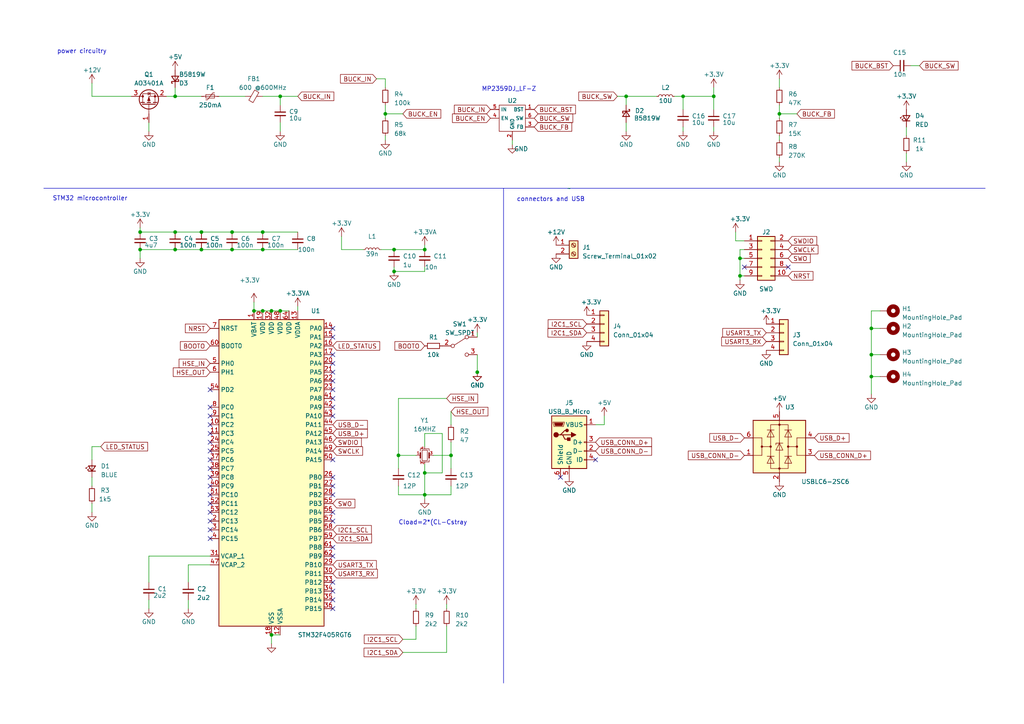
<source format=kicad_sch>
(kicad_sch (version 20230121) (generator eeschema)
  (paper "A4")
  (lib_symbols
    (symbol "Connector:Screw_Terminal_01x02" (pin_names (offset 1.016) hide)
      (property "Reference" "J" (at 0 2.54 0))
      (property "Value" "Screw_Terminal_01x02" (at 0 -5.08 0))
      (symbol "Screw_Terminal_01x02_1_1"
        (pin passive line (at -5.08 0 0) (length 3.81) (name "Pin_1") (number "1"))
        (pin passive line (at -5.08 -2.54 0) (length 3.81) (name "Pin_2") (number "2"))
      )
    )
    (symbol "Connector:USB_B_Micro" (pin_names (offset 1.016))
      (property "Reference" "J" (at -5.08 11.43 0))
      (property "Value" "USB_B_Micro" (at -5.08 8.89 0))
      (symbol "USB_B_Micro_1_1"
        (pin power_out line (at 7.62 5.08 180) (length 2.54) (name "VBUS") (number "1"))
        (pin bidirectional line (at 7.62 -2.54 180) (length 2.54) (name "D-") (number "2"))
        (pin bidirectional line (at 7.62 0 180) (length 2.54) (name "D+") (number "3"))
        (pin passive line (at 7.62 -5.08 180) (length 2.54) (name "ID") (number "4"))
        (pin power_out line (at 0 -10.16 90) (length 2.54) (name "GND") (number "5"))
        (pin passive line (at -2.54 -10.16 90) (length 2.54) (name "Shield") (number "6"))
      )
    )
    (symbol "Connector_Generic:Conn_01x04" (pin_names (offset 1.016) hide)
      (property "Reference" "J" (at 0 5.08 0))
      (property "Value" "Conn_01x04" (at 0 -7.62 0))
      (symbol "Conn_01x04_1_1"
        (pin passive line (at -5.08 2.54 0) (length 3.81) (name "Pin_1") (number "1"))
        (pin passive line (at -5.08 0 0) (length 3.81) (name "Pin_2") (number "2"))
        (pin passive line (at -5.08 -2.54 0) (length 3.81) (name "Pin_3") (number "3"))
        (pin passive line (at -5.08 -5.08 0) (length 3.81) (name "Pin_4") (number "4"))
      )
    )
    (symbol "Connector_Generic:Conn_02x05_Odd_Even" (pin_names (offset 1.016) hide)
      (property "Reference" "J" (at 1.27 7.62 0))
      (property "Value" "Conn_02x05_Odd_Even" (at 1.27 -7.62 0))
      (symbol "Conn_02x05_Odd_Even_1_1"
        (pin passive line (at -5.08 5.08 0) (length 3.81) (name "Pin_1") (number "1"))
        (pin passive line (at 7.62 -5.08 180) (length 3.81) (name "Pin_10") (number "10"))
        (pin passive line (at 7.62 5.08 180) (length 3.81) (name "Pin_2") (number "2"))
        (pin passive line (at -5.08 2.54 0) (length 3.81) (name "Pin_3") (number "3"))
        (pin passive line (at 7.62 2.54 180) (length 3.81) (name "Pin_4") (number "4"))
        (pin passive line (at -5.08 0 0) (length 3.81) (name "Pin_5") (number "5"))
        (pin passive line (at 7.62 0 180) (length 3.81) (name "Pin_6") (number "6"))
        (pin passive line (at -5.08 -2.54 0) (length 3.81) (name "Pin_7") (number "7"))
        (pin passive line (at 7.62 -2.54 180) (length 3.81) (name "Pin_8") (number "8"))
        (pin passive line (at -5.08 -5.08 0) (length 3.81) (name "Pin_9") (number "9"))
      )
    )
    (symbol "Device:C_Small" (pin_numbers hide) (pin_names (offset 0.254) hide)
      (property "Reference" "C" (at 0.254 1.778 0))
      (property "Value" "C_Small" (at 0.254 -2.032 0))
      (symbol "C_Small_1_1"
        (pin passive line (at 0 2.54 270) (length 2.032) (name "~") (number "1"))
        (pin passive line (at 0 -2.54 90) (length 2.032) (name "~") (number "2"))
      )
    )
    (symbol "Device:Crystal_GND24_Small" (pin_names (offset 1.016) hide)
      (property "Reference" "Y" (at 1.27 4.445 0))
      (property "Value" "Crystal_GND24_Small" (at 1.27 2.54 0))
      (symbol "Crystal_GND24_Small_1_1"
        (pin passive line (at -2.54 0 0) (length 1.27) (name "1") (number "1"))
        (pin passive line (at 0 -2.54 90) (length 0.635) (name "2") (number "2"))
        (pin passive line (at 2.54 0 180) (length 1.27) (name "3") (number "3"))
        (pin passive line (at 0 2.54 270) (length 0.635) (name "4") (number "4"))
      )
    )
    (symbol "Device:D_Schottky_Small" (pin_numbers hide) (pin_names (offset 0.254) hide)
      (property "Reference" "D" (at -1.27 2.032 0))
      (property "Value" "D_Schottky_Small" (at -7.112 -2.032 0))
      (symbol "D_Schottky_Small_1_1"
        (pin passive line (at -2.54 0 0) (length 1.778) (name "K") (number "1"))
        (pin passive line (at 2.54 0 180) (length 1.778) (name "A") (number "2"))
      )
    )
    (symbol "Device:FerriteBead_Small" (pin_numbers hide) (pin_names (offset 0))
      (property "Reference" "FB" (at 1.905 1.27 0))
      (property "Value" "FerriteBead_Small" (at 1.905 -1.27 0))
      (symbol "FerriteBead_Small_1_1"
        (pin passive line (at 0 2.54 270) (length 1.27) (name "~") (number "1"))
        (pin passive line (at 0 -2.54 90) (length 1.27) (name "~") (number "2"))
      )
    )
    (symbol "Device:LED_Small" (pin_numbers hide) (pin_names (offset 0.254) hide)
      (property "Reference" "D" (at -1.27 3.175 0))
      (property "Value" "LED_Small" (at -4.445 -2.54 0))
      (symbol "LED_Small_1_1"
        (pin passive line (at -2.54 0 0) (length 1.778) (name "K") (number "1"))
        (pin passive line (at 2.54 0 180) (length 1.778) (name "A") (number "2"))
      )
    )
    (symbol "Device:L_Small" (pin_numbers hide) (pin_names (offset 0.254) hide)
      (property "Reference" "L" (at 0.762 1.016 0))
      (property "Value" "L_Small" (at 0.762 -1.016 0))
      (symbol "L_Small_1_1"
        (pin passive line (at 0 2.54 270) (length 0.508) (name "~") (number "1"))
        (pin passive line (at 0 -2.54 90) (length 0.508) (name "~") (number "2"))
      )
    )
    (symbol "Device:Polyfuse_Small" (pin_numbers hide) (pin_names (offset 0))
      (property "Reference" "F" (at -1.905 0 90))
      (property "Value" "Polyfuse_Small" (at 1.905 0 90))
      (symbol "Polyfuse_Small_1_1"
        (pin passive line (at 0 2.54 270) (length 0.635) (name "~") (number "1"))
        (pin passive line (at 0 -2.54 90) (length 0.635) (name "~") (number "2"))
      )
    )
    (symbol "Device:R_Small" (pin_numbers hide) (pin_names (offset 0.254) hide)
      (property "Reference" "R" (at 0.762 0.508 0))
      (property "Value" "R_Small" (at 0.762 -1.016 0))
      (symbol "R_Small_1_1"
        (pin passive line (at 0 2.54 270) (length 0.762) (name "~") (number "1"))
        (pin passive line (at 0 -2.54 90) (length 0.762) (name "~") (number "2"))
      )
    )
    (symbol "MCU_ST_STM32F4:STM32F405RGTx"
      (property "Reference" "U" (at -15.24 46.99 0))
      (property "Value" "STM32F405RGTx" (at 10.16 46.99 0))
      (symbol "STM32F405RGTx_1_1"
        (pin power_in line (at -5.08 48.26 270) (length 2.54) (name "VBAT") (number "1"))
        (pin bidirectional line (at -17.78 15.24 0) (length 2.54) (name "PC2") (number "10"))
        (pin bidirectional line (at -17.78 12.7 0) (length 2.54) (name "PC3") (number "11"))
        (pin power_in line (at 2.54 -45.72 90) (length 2.54) (name "VSSA") (number "12"))
        (pin power_in line (at 7.62 48.26 270) (length 2.54) (name "VDDA") (number "13"))
        (pin bidirectional line (at 17.78 43.18 180) (length 2.54) (name "PA0") (number "14"))
        (pin bidirectional line (at 17.78 40.64 180) (length 2.54) (name "PA1") (number "15"))
        (pin bidirectional line (at 17.78 38.1 180) (length 2.54) (name "PA2") (number "16"))
        (pin bidirectional line (at 17.78 35.56 180) (length 2.54) (name "PA3") (number "17"))
        (pin power_in line (at 0 -45.72 90) (length 2.54) (name "VSS") (number "18"))
        (pin power_in line (at -2.54 48.26 270) (length 2.54) (name "VDD") (number "19"))
        (pin bidirectional line (at -17.78 -12.7 0) (length 2.54) (name "PC13") (number "2"))
        (pin bidirectional line (at 17.78 33.02 180) (length 2.54) (name "PA4") (number "20"))
        (pin bidirectional line (at 17.78 30.48 180) (length 2.54) (name "PA5") (number "21"))
        (pin bidirectional line (at 17.78 27.94 180) (length 2.54) (name "PA6") (number "22"))
        (pin bidirectional line (at 17.78 25.4 180) (length 2.54) (name "PA7") (number "23"))
        (pin bidirectional line (at -17.78 10.16 0) (length 2.54) (name "PC4") (number "24"))
        (pin bidirectional line (at -17.78 7.62 0) (length 2.54) (name "PC5") (number "25"))
        (pin bidirectional line (at 17.78 0 180) (length 2.54) (name "PB0") (number "26"))
        (pin bidirectional line (at 17.78 -2.54 180) (length 2.54) (name "PB1") (number "27"))
        (pin bidirectional line (at 17.78 -5.08 180) (length 2.54) (name "PB2") (number "28"))
        (pin bidirectional line (at 17.78 -25.4 180) (length 2.54) (name "PB10") (number "29"))
        (pin bidirectional line (at -17.78 -15.24 0) (length 2.54) (name "PC14") (number "3"))
        (pin bidirectional line (at 17.78 -27.94 180) (length 2.54) (name "PB11") (number "30"))
        (pin power_out line (at -17.78 -22.86 0) (length 2.54) (name "VCAP_1") (number "31"))
        (pin power_in line (at 0 48.26 270) (length 2.54) (name "VDD") (number "32"))
        (pin bidirectional line (at 17.78 -30.48 180) (length 2.54) (name "PB12") (number "33"))
        (pin bidirectional line (at 17.78 -33.02 180) (length 2.54) (name "PB13") (number "34"))
        (pin bidirectional line (at 17.78 -35.56 180) (length 2.54) (name "PB14") (number "35"))
        (pin bidirectional line (at 17.78 -38.1 180) (length 2.54) (name "PB15") (number "36"))
        (pin bidirectional line (at -17.78 5.08 0) (length 2.54) (name "PC6") (number "37"))
        (pin bidirectional line (at -17.78 2.54 0) (length 2.54) (name "PC7") (number "38"))
        (pin bidirectional line (at -17.78 0 0) (length 2.54) (name "PC8") (number "39"))
        (pin bidirectional line (at -17.78 -17.78 0) (length 2.54) (name "PC15") (number "4"))
        (pin bidirectional line (at -17.78 -2.54 0) (length 2.54) (name "PC9") (number "40"))
        (pin bidirectional line (at 17.78 22.86 180) (length 2.54) (name "PA8") (number "41"))
        (pin bidirectional line (at 17.78 20.32 180) (length 2.54) (name "PA9") (number "42"))
        (pin bidirectional line (at 17.78 17.78 180) (length 2.54) (name "PA10") (number "43"))
        (pin bidirectional line (at 17.78 15.24 180) (length 2.54) (name "PA11") (number "44"))
        (pin bidirectional line (at 17.78 12.7 180) (length 2.54) (name "PA12") (number "45"))
        (pin bidirectional line (at 17.78 10.16 180) (length 2.54) (name "PA13") (number "46"))
        (pin power_out line (at -17.78 -25.4 0) (length 2.54) (name "VCAP_2") (number "47"))
        (pin power_in line (at 2.54 48.26 270) (length 2.54) (name "VDD") (number "48"))
        (pin bidirectional line (at 17.78 7.62 180) (length 2.54) (name "PA14") (number "49"))
        (pin bidirectional line (at -17.78 33.02 0) (length 2.54) (name "PH0") (number "5"))
        (pin bidirectional line (at 17.78 5.08 180) (length 2.54) (name "PA15") (number "50"))
        (pin bidirectional line (at -17.78 -5.08 0) (length 2.54) (name "PC10") (number "51"))
        (pin bidirectional line (at -17.78 -7.62 0) (length 2.54) (name "PC11") (number "52"))
        (pin bidirectional line (at -17.78 -10.16 0) (length 2.54) (name "PC12") (number "53"))
        (pin bidirectional line (at -17.78 25.4 0) (length 2.54) (name "PD2") (number "54"))
        (pin bidirectional line (at 17.78 -7.62 180) (length 2.54) (name "PB3") (number "55"))
        (pin bidirectional line (at 17.78 -10.16 180) (length 2.54) (name "PB4") (number "56"))
        (pin bidirectional line (at 17.78 -12.7 180) (length 2.54) (name "PB5") (number "57"))
        (pin bidirectional line (at 17.78 -15.24 180) (length 2.54) (name "PB6") (number "58"))
        (pin bidirectional line (at 17.78 -17.78 180) (length 2.54) (name "PB7") (number "59"))
        (pin bidirectional line (at -17.78 30.48 0) (length 2.54) (name "PH1") (number "6"))
        (pin input line (at -17.78 38.1 0) (length 2.54) (name "BOOT0") (number "60"))
        (pin bidirectional line (at 17.78 -20.32 180) (length 2.54) (name "PB8") (number "61"))
        (pin bidirectional line (at 17.78 -22.86 180) (length 2.54) (name "PB9") (number "62"))
        (pin passive line (at 0 -45.72 90) (length 2.54) hide (name "VSS") (number "63"))
        (pin power_in line (at 5.08 48.26 270) (length 2.54) (name "VDD") (number "64"))
        (pin input line (at -17.78 43.18 0) (length 2.54) (name "NRST") (number "7"))
        (pin bidirectional line (at -17.78 20.32 0) (length 2.54) (name "PC0") (number "8"))
        (pin bidirectional line (at -17.78 17.78 0) (length 2.54) (name "PC1") (number "9"))
      )
    )
    (symbol "MP2359F:mp2359f"
      (property "Reference" "U" (at 0 0 0))
      (symbol "mp2359f_1_0"
        (pin passive line (at -10.16 22.86 180) (length 2.54) (name "BST") (number "1"))
        (pin passive line (at -16.51 13.97 90) (length 2.54) (name "GND") (number "2"))
        (pin passive line (at -10.16 17.78 180) (length 2.54) (name "FB") (number "3"))
        (pin passive line (at -22.86 20.32 0) (length 2.54) (name "EN") (number "4"))
        (pin passive line (at -22.86 22.86 0) (length 2.54) (name "IN") (number "5"))
        (pin passive line (at -10.16 20.32 180) (length 2.54) (name "SW") (number "6"))
      )
    )
    (symbol "Mechanical:MountingHole_Pad" (pin_numbers hide) (pin_names (offset 1.016) hide)
      (property "Reference" "H" (at 0 6.35 0))
      (property "Value" "MountingHole_Pad" (at 0 4.445 0))
      (symbol "MountingHole_Pad_1_1"
        (pin input line (at 0 -2.54 90) (length 2.54) (name "1") (number "1"))
      )
    )
    (symbol "Power_Protection:USBLC6-2SC6" (pin_names hide)
      (property "Reference" "U" (at 2.54 8.89 0))
      (property "Value" "USBLC6-2SC6" (at 2.54 -8.89 0))
      (symbol "USBLC6-2SC6_1_1"
        (pin passive line (at -10.16 -2.54 0) (length 2.54) (name "I/O1") (number "1"))
        (pin passive line (at 0 -10.16 90) (length 2.54) (name "GND") (number "2"))
        (pin passive line (at 10.16 -2.54 180) (length 2.54) (name "I/O2") (number "3"))
        (pin passive line (at 10.16 2.54 180) (length 2.54) (name "I/O2") (number "4"))
        (pin passive line (at 0 10.16 270) (length 2.54) (name "VBUS") (number "5"))
        (pin passive line (at -10.16 2.54 0) (length 2.54) (name "I/O1") (number "6"))
      )
    )
    (symbol "Switch:SW_SPDT" (pin_names (offset 0) hide)
      (property "Reference" "SW" (at 0 4.318 0))
      (property "Value" "SW_SPDT" (at 0 -5.08 0))
      (symbol "SW_SPDT_1_1"
        (pin passive line (at 5.08 2.54 180) (length 2.54) (name "A") (number "1"))
        (pin passive line (at -5.08 0 0) (length 2.54) (name "B") (number "2"))
        (pin passive line (at 5.08 -2.54 180) (length 2.54) (name "C") (number "3"))
      )
    )
    (symbol "Transistor_FET:AO3401A" (pin_names hide)
      (property "Reference" "Q" (at 5.08 1.905 0))
      (property "Value" "AO3401A" (at 5.08 0 0))
      (symbol "AO3401A_1_1"
        (pin input line (at -5.08 0 0) (length 2.54) (name "G") (number "1"))
        (pin passive line (at 2.54 -5.08 90) (length 2.54) (name "S") (number "2"))
        (pin passive line (at 2.54 5.08 270) (length 2.54) (name "D") (number "3"))
      )
    )
    (symbol "power:+12V" (power) (pin_names (offset 0))
      (property "Value" "+12V" (at 0 3.556 0))
      (symbol "+12V_1_1"
        (pin power_in line (at 0 0 90) (length 0) hide (name "+12V") (number "1"))
      )
    )
    (symbol "power:+3.3V" (power) (pin_names (offset 0))
      (property "Value" "+3.3V" (at 0 3.556 0))
      (symbol "+3.3V_1_1"
        (pin power_in line (at 0 0 90) (length 0) hide (name "+3.3V") (number "1"))
      )
    )
    (symbol "power:+3.3VA" (power) (pin_names (offset 0))
      (property "Value" "+3.3VA" (at 0 3.556 0))
      (symbol "+3.3VA_1_1"
        (pin power_in line (at 0 0 90) (length 0) hide (name "+3.3VA") (number "1"))
      )
    )
    (symbol "power:+5V" (power) (pin_names (offset 0))
      (property "Value" "+5V" (at 0 3.556 0))
      (symbol "+5V_1_1"
        (pin power_in line (at 0 0 90) (length 0) hide (name "+5V") (number "1"))
      )
    )
    (symbol "power:GND" (power) (pin_names (offset 0))
      (property "Value" "GND" (at 0 -3.81 0))
      (symbol "GND_1_1"
        (pin power_in line (at 0 0 270) (length 0) hide (name "GND") (number "1"))
      )
    )
  )
  (junction (at 81.28 90.17))
  (junction (at 252.73 109.22))
  (junction (at 130.81 132.08))
  (junction (at 67.31 72.39))
  (junction (at 76.2 67.31))
  (junction (at 76.2 90.17))
  (junction (at 58.42 72.39))
  (junction (at 40.64 72.39))
  (junction (at 115.57 132.08))
  (junction (at 252.73 102.87))
  (junction (at 50.8 72.39))
  (junction (at 181.61 27.94))
  (junction (at 76.2 72.39))
  (junction (at 50.8 67.31))
  (junction (at 78.74 90.17))
  (junction (at 111.76 33.02))
  (junction (at 50.8 27.94))
  (junction (at 40.64 67.31))
  (junction (at 123.19 72.39))
  (junction (at 123.19 143.51))
  (junction (at 214.63 74.93))
  (junction (at 81.28 27.94))
  (junction (at 207.01 27.94))
  (junction (at 67.31 67.31))
  (junction (at 73.66 90.17))
  (junction (at 78.74 184.15))
  (junction (at 214.63 80.01))
  (junction (at 58.42 67.31))
  (junction (at 123.19 137.16))
  (junction (at 114.3 72.39))
  (junction (at 252.73 95.25))
  (junction (at 226.06 33.02))
  (junction (at 198.12 27.94))
  (junction (at 138.43 107.95))
  (junction (at 114.3 78.74))
  (no_connect (at 60.96 151.13))
  (no_connect (at 60.96 123.19))
  (no_connect (at 96.52 107.95))
  (no_connect (at 96.52 158.75))
  (no_connect (at 96.52 138.43))
  (no_connect (at 60.96 146.05))
  (no_connect (at 162.56 138.43))
  (no_connect (at 96.52 105.41))
  (no_connect (at 60.96 130.81))
  (no_connect (at 215.9 77.47))
  (no_connect (at 60.96 125.73))
  (no_connect (at 60.96 140.97))
  (no_connect (at 60.96 113.03))
  (no_connect (at 172.72 133.35))
  (no_connect (at 96.52 140.97))
  (no_connect (at 96.52 110.49))
  (no_connect (at 60.96 133.35))
  (no_connect (at 60.96 138.43))
  (no_connect (at 96.52 118.11))
  (no_connect (at 96.52 168.91))
  (no_connect (at 96.52 133.35))
  (no_connect (at 60.96 128.27))
  (no_connect (at 96.52 173.99))
  (no_connect (at 60.96 118.11))
  (no_connect (at 96.52 143.51))
  (no_connect (at 96.52 113.03))
  (no_connect (at 60.96 148.59))
  (no_connect (at 60.96 135.89))
  (no_connect (at 228.6 77.47))
  (no_connect (at 96.52 97.79))
  (no_connect (at 96.52 120.65))
  (no_connect (at 96.52 161.29))
  (no_connect (at 96.52 102.87))
  (no_connect (at 96.52 171.45))
  (no_connect (at 96.52 115.57))
  (no_connect (at 60.96 153.67))
  (no_connect (at 96.52 151.13))
  (no_connect (at 60.96 156.21))
  (no_connect (at 96.52 176.53))
  (no_connect (at 96.52 148.59))
  (no_connect (at 96.52 95.25))
  (no_connect (at 60.96 143.51))
  (no_connect (at 60.96 120.65))
  (wire (pts (xy 207.01 27.94) (xy 198.12 27.94)))
  (wire (pts (xy 252.73 95.25) (xy 252.73 90.17)))
  (wire (pts (xy 130.81 132.08) (xy 125.73 132.08)))
  (wire (pts (xy 123.19 129.54) (xy 123.19 125.73)))
  (wire (pts (xy 226.06 22.86) (xy 226.06 25.4)))
  (wire (pts (xy 50.8 25.4) (xy 50.8 27.94)))
  (wire (pts (xy 130.81 119.38) (xy 130.81 123.19)))
  (wire (pts (xy 115.57 132.08) (xy 120.65 132.08)))
  (wire (pts (xy 81.28 35.56) (xy 81.28 38.1)))
  (wire (pts (xy 78.74 90.17) (xy 81.28 90.17)))
  (wire (pts (xy 109.22 22.86) (xy 111.76 22.86)))
  (wire (pts (xy 198.12 27.94) (xy 198.12 31.75)))
  (wire (pts (xy 63.5 27.94) (xy 71.12 27.94)))
  (wire (pts (xy 50.8 67.31) (xy 58.42 67.31)))
  (wire (pts (xy 67.31 72.39) (xy 76.2 72.39)))
  (wire (pts (xy 76.2 72.39) (xy 86.36 72.39)))
  (wire (pts (xy 262.89 44.45) (xy 262.89 46.99)))
  (wire (pts (xy 67.31 67.31) (xy 76.2 67.31)))
  (wire (pts (xy 40.64 67.31) (xy 50.8 67.31)))
  (wire (pts (xy 54.61 163.83) (xy 54.61 168.91)))
  (wire (pts (xy 40.64 72.39) (xy 50.8 72.39)))
  (wire (pts (xy 73.66 87.63) (xy 73.66 90.17)))
  (wire (pts (xy 123.19 78.74) (xy 114.3 78.74)))
  (wire (pts (xy 128.27 125.73) (xy 128.27 137.16)))
  (wire (pts (xy 43.18 161.29) (xy 43.18 168.91)))
  (wire (pts (xy 129.54 115.57) (xy 115.57 115.57)))
  (wire (pts (xy 40.64 72.39) (xy 40.64 74.93)))
  (wire (pts (xy 26.67 146.05) (xy 26.67 148.59)))
  (wire (pts (xy 123.19 137.16) (xy 123.19 143.51)))
  (wire (pts (xy 43.18 35.56) (xy 43.18 38.1)))
  (wire (pts (xy 179.07 27.94) (xy 181.61 27.94)))
  (wire (pts (xy 123.19 71.12) (xy 123.19 72.39)))
  (wire (pts (xy 48.26 27.94) (xy 50.8 27.94)))
  (wire (pts (xy 123.19 134.62) (xy 123.19 137.16)))
  (wire (pts (xy 111.76 22.86) (xy 111.76 25.4)))
  (wire (pts (xy 252.73 114.3) (xy 252.73 109.22)))
  (wire (pts (xy 111.76 33.02) (xy 111.76 34.29)))
  (polyline (pts (xy 146.05 54.61) (xy 146.05 198.12)))
  (polyline (pts (xy 12.7 54.61) (xy 146.05 54.61)))
  (wire (pts (xy 138.43 102.87) (xy 138.43 107.95)))
  (wire (pts (xy 105.41 72.39) (xy 99.06 72.39)))
  (wire (pts (xy 26.67 27.94) (xy 38.1 27.94)))
  (wire (pts (xy 198.12 36.83) (xy 198.12 38.1)))
  (wire (pts (xy 215.9 72.39) (xy 214.63 72.39)))
  (wire (pts (xy 226.06 33.02) (xy 226.06 34.29)))
  (wire (pts (xy 214.63 80.01) (xy 215.9 80.01)))
  (wire (pts (xy 43.18 173.99) (xy 43.18 176.53)))
  (wire (pts (xy 58.42 67.31) (xy 67.31 67.31)))
  (wire (pts (xy 78.74 184.15) (xy 78.74 186.69)))
  (wire (pts (xy 214.63 74.93) (xy 215.9 74.93)))
  (wire (pts (xy 114.3 72.39) (xy 123.19 72.39)))
  (wire (pts (xy 123.19 143.51) (xy 123.19 144.78)))
  (wire (pts (xy 175.26 123.19) (xy 172.72 123.19)))
  (wire (pts (xy 73.66 90.17) (xy 76.2 90.17)))
  (wire (pts (xy 116.84 189.23) (xy 129.54 189.23)))
  (wire (pts (xy 120.65 185.42) (xy 120.65 181.61)))
  (wire (pts (xy 81.28 30.48) (xy 81.28 27.94)))
  (wire (pts (xy 226.06 45.72) (xy 226.06 46.99)))
  (wire (pts (xy 195.58 27.94) (xy 198.12 27.94)))
  (wire (pts (xy 111.76 30.48) (xy 111.76 33.02)))
  (polyline (pts (xy 146.05 54.61) (xy 285.75 54.61)))
  (wire (pts (xy 252.73 109.22) (xy 255.27 109.22)))
  (wire (pts (xy 115.57 140.97) (xy 115.57 143.51)))
  (wire (pts (xy 58.42 72.39) (xy 67.31 72.39)))
  (wire (pts (xy 123.19 125.73) (xy 128.27 125.73)))
  (wire (pts (xy 207.01 25.4) (xy 207.01 27.94)))
  (wire (pts (xy 99.06 68.58) (xy 99.06 72.39)))
  (wire (pts (xy 213.36 67.31) (xy 213.36 69.85)))
  (wire (pts (xy 130.81 135.89) (xy 130.81 132.08)))
  (wire (pts (xy 26.67 129.54) (xy 26.67 133.35)))
  (wire (pts (xy 50.8 27.94) (xy 58.42 27.94)))
  (wire (pts (xy 262.89 36.83) (xy 262.89 39.37)))
  (wire (pts (xy 252.73 102.87) (xy 255.27 102.87)))
  (wire (pts (xy 54.61 173.99) (xy 54.61 176.53)))
  (wire (pts (xy 81.28 90.17) (xy 83.82 90.17)))
  (wire (pts (xy 175.26 120.65) (xy 175.26 123.19)))
  (wire (pts (xy 214.63 72.39) (xy 214.63 74.93)))
  (wire (pts (xy 252.73 95.25) (xy 255.27 95.25)))
  (wire (pts (xy 123.19 77.47) (xy 123.19 78.74)))
  (wire (pts (xy 123.19 143.51) (xy 130.81 143.51)))
  (wire (pts (xy 130.81 140.97) (xy 130.81 143.51)))
  (wire (pts (xy 138.43 96.52) (xy 138.43 97.79)))
  (wire (pts (xy 252.73 90.17) (xy 255.27 90.17)))
  (wire (pts (xy 252.73 102.87) (xy 252.73 95.25)))
  (wire (pts (xy 213.36 69.85) (xy 215.9 69.85)))
  (wire (pts (xy 252.73 109.22) (xy 252.73 102.87)))
  (wire (pts (xy 26.67 24.13) (xy 26.67 27.94)))
  (wire (pts (xy 29.21 129.54) (xy 26.67 129.54)))
  (wire (pts (xy 207.01 36.83) (xy 207.01 38.1)))
  (wire (pts (xy 60.96 161.29) (xy 43.18 161.29)))
  (wire (pts (xy 114.3 77.47) (xy 114.3 78.74)))
  (wire (pts (xy 181.61 27.94) (xy 181.61 30.48)))
  (wire (pts (xy 214.63 74.93) (xy 214.63 80.01)))
  (wire (pts (xy 128.27 137.16) (xy 123.19 137.16)))
  (wire (pts (xy 86.36 88.9) (xy 86.36 90.17)))
  (wire (pts (xy 50.8 72.39) (xy 58.42 72.39)))
  (wire (pts (xy 110.49 72.39) (xy 114.3 72.39)))
  (wire (pts (xy 226.06 30.48) (xy 226.06 33.02)))
  (wire (pts (xy 54.61 163.83) (xy 60.96 163.83)))
  (wire (pts (xy 226.06 33.02) (xy 231.14 33.02)))
  (wire (pts (xy 181.61 35.56) (xy 181.61 38.1)))
  (wire (pts (xy 129.54 189.23) (xy 129.54 181.61)))
  (wire (pts (xy 40.64 66.04) (xy 40.64 67.31)))
  (wire (pts (xy 120.65 175.26) (xy 120.65 176.53)))
  (wire (pts (xy 116.84 185.42) (xy 120.65 185.42)))
  (wire (pts (xy 76.2 90.17) (xy 78.74 90.17)))
  (wire (pts (xy 26.67 138.43) (xy 26.67 140.97)))
  (wire (pts (xy 148.59 40.64) (xy 148.59 41.91)))
  (wire (pts (xy 76.2 67.31) (xy 86.36 67.31)))
  (wire (pts (xy 129.54 175.26) (xy 129.54 176.53)))
  (wire (pts (xy 111.76 39.37) (xy 111.76 40.64)))
  (wire (pts (xy 207.01 31.75) (xy 207.01 27.94)))
  (wire (pts (xy 111.76 33.02) (xy 116.84 33.02)))
  (wire (pts (xy 115.57 143.51) (xy 123.19 143.51)))
  (wire (pts (xy 264.16 19.05) (xy 266.7 19.05)))
  (wire (pts (xy 226.06 39.37) (xy 226.06 40.64)))
  (wire (pts (xy 81.28 27.94) (xy 76.2 27.94)))
  (wire (pts (xy 115.57 115.57) (xy 115.57 132.08)))
  (wire (pts (xy 181.61 27.94) (xy 190.5 27.94)))
  (wire (pts (xy 115.57 132.08) (xy 115.57 135.89)))
  (wire (pts (xy 81.28 27.94) (xy 86.36 27.94)))
  (wire (pts (xy 130.81 128.27) (xy 130.81 132.08)))
  (wire (pts (xy 214.63 80.01) (xy 214.63 81.28)))
  (wire (pts (xy 78.74 184.15) (xy 81.28 184.15)))
  (text "MP2359DJ_LF-Z\n" (at 139.7 26.67 0) (effects (font (size 1.27 1.27)) (justify left bottom)))
  (text "power circuitry\n\n" (at 16.51 17.78 0) (effects (font (size 1.27 1.27)) (justify left bottom)))
  (text "Cload=2*(CL-Cstray" (at 115.57 152.4 0) (effects (font (size 1.27 1.27)) (justify left bottom)))
  (text "connectors and USB\n\n\n\n" (at 149.86 64.77 0) (effects (font (size 1.27 1.27)) (justify left bottom)))
  (text "STM32 microcontroller" (at 15.24 58.42 0) (effects (font (size 1.27 1.27)) (justify left bottom)))
  (global_label "HSE_IN" (shape input) (at 60.96 105.41 180) (property "Intersheetrefs" "${INTERSHEET_REFS}" (effects hide)))
  (global_label "USB_D-" (shape input) (at 96.52 123.19 0) (property "Intersheetrefs" "${INTERSHEET_REFS}" (effects hide)))
  (global_label "USART3_TX" (shape input) (at 96.52 163.83 0) (property "Intersheetrefs" "${INTERSHEET_REFS}" (effects hide)))
  (global_label "HSE_IN" (shape input) (at 129.54 115.57 0) (property "Intersheetrefs" "${INTERSHEET_REFS}" (effects hide)))
  (global_label "NRST" (shape input) (at 60.96 95.25 180) (property "Intersheetrefs" "${INTERSHEET_REFS}" (effects hide)))
  (global_label "USART3_RX" (shape input) (at 222.25 99.06 180) (property "Intersheetrefs" "${INTERSHEET_REFS}" (effects hide)))
  (global_label "NRST" (shape input) (at 228.6 80.01 0) (property "Intersheetrefs" "${INTERSHEET_REFS}" (effects hide)))
  (global_label "BUCK_IN" (shape input) (at 86.36 27.94 0) (property "Intersheetrefs" "${INTERSHEET_REFS}" (effects hide)))
  (global_label "BUCK_IN" (shape input) (at 109.22 22.86 180) (property "Intersheetrefs" "${INTERSHEET_REFS}" (effects hide)))
  (global_label "I2C1_SDA" (shape input) (at 96.52 156.21 0) (property "Intersheetrefs" "${INTERSHEET_REFS}" (effects hide)))
  (global_label "BOOTO" (shape input) (at 123.19 100.33 180) (property "Intersheetrefs" "${INTERSHEET_REFS}" (effects hide)))
  (global_label "BUCK_SW" (shape input) (at 266.7 19.05 0) (property "Intersheetrefs" "${INTERSHEET_REFS}" (effects hide)))
  (global_label "USART3_TX" (shape input) (at 222.25 96.52 180) (property "Intersheetrefs" "${INTERSHEET_REFS}" (effects hide)))
  (global_label "BUCK_SW" (shape input) (at 154.94 34.29 0) (property "Intersheetrefs" "${INTERSHEET_REFS}" (effects hide)))
  (global_label "BUCK_SW" (shape input) (at 179.07 27.94 180) (property "Intersheetrefs" "${INTERSHEET_REFS}" (effects hide)))
  (global_label "I2C1_SCL" (shape input) (at 96.52 153.67 0) (property "Intersheetrefs" "${INTERSHEET_REFS}" (effects hide)))
  (global_label "USART3_RX" (shape input) (at 96.52 166.37 0) (property "Intersheetrefs" "${INTERSHEET_REFS}" (effects hide)))
  (global_label "USB_D-" (shape input) (at 215.9 127 180) (property "Intersheetrefs" "${INTERSHEET_REFS}" (effects hide)))
  (global_label "BOOTO" (shape input) (at 60.96 100.33 180) (property "Intersheetrefs" "${INTERSHEET_REFS}" (effects hide)))
  (global_label "BUCK_IN" (shape input) (at 142.24 31.75 180) (property "Intersheetrefs" "${INTERSHEET_REFS}" (effects hide)))
  (global_label "USB_CONN_D-" (shape input) (at 215.9 132.08 180) (property "Intersheetrefs" "${INTERSHEET_REFS}" (effects hide)))
  (global_label "USB_D+" (shape input) (at 96.52 125.73 0) (property "Intersheetrefs" "${INTERSHEET_REFS}" (effects hide)))
  (global_label "SWDIO" (shape input) (at 96.52 128.27 0) (property "Intersheetrefs" "${INTERSHEET_REFS}" (effects hide)))
  (global_label "BUCK_EN" (shape input) (at 116.84 33.02 0) (property "Intersheetrefs" "${INTERSHEET_REFS}" (effects hide)))
  (global_label "LED_STATUS" (shape input) (at 96.52 100.33 0) (property "Intersheetrefs" "${INTERSHEET_REFS}" (effects hide)))
  (global_label "BUCK_BST" (shape input) (at 154.94 31.75 0) (property "Intersheetrefs" "${INTERSHEET_REFS}" (effects hide)))
  (global_label "BUCK_BST" (shape input) (at 259.08 19.05 180) (property "Intersheetrefs" "${INTERSHEET_REFS}" (effects hide)))
  (global_label "SWO" (shape input) (at 228.6 74.93 0) (property "Intersheetrefs" "${INTERSHEET_REFS}" (effects hide)))
  (global_label "BUCK_EN" (shape input) (at 142.24 34.29 180) (property "Intersheetrefs" "${INTERSHEET_REFS}" (effects hide)))
  (global_label "USB_D+" (shape input) (at 236.22 127 0) (property "Intersheetrefs" "${INTERSHEET_REFS}" (effects hide)))
  (global_label "LED_STATUS" (shape input) (at 29.21 129.54 0) (property "Intersheetrefs" "${INTERSHEET_REFS}" (effects hide)))
  (global_label "BUCK_FB" (shape input) (at 231.14 33.02 0) (property "Intersheetrefs" "${INTERSHEET_REFS}" (effects hide)))
  (global_label "SWDIO" (shape input) (at 228.6 69.85 0) (property "Intersheetrefs" "${INTERSHEET_REFS}" (effects hide)))
  (global_label "USB_CONN_D+" (shape input) (at 236.22 132.08 0) (property "Intersheetrefs" "${INTERSHEET_REFS}" (effects hide)))
  (global_label "SWO" (shape input) (at 96.52 146.05 0) (property "Intersheetrefs" "${INTERSHEET_REFS}" (effects hide)))
  (global_label "HSE_OUT" (shape input) (at 130.81 119.38 0) (property "Intersheetrefs" "${INTERSHEET_REFS}" (effects hide)))
  (global_label "HSE_OUT" (shape input) (at 60.96 107.95 180) (property "Intersheetrefs" "${INTERSHEET_REFS}" (effects hide)))
  (global_label "SWCLK" (shape input) (at 96.52 130.81 0) (property "Intersheetrefs" "${INTERSHEET_REFS}" (effects hide)))
  (global_label "I2C1_SDA" (shape input) (at 170.18 96.52 180) (property "Intersheetrefs" "${INTERSHEET_REFS}" (effects hide)))
  (global_label "USB_CONN_D+" (shape input) (at 172.72 128.27 0) (property "Intersheetrefs" "${INTERSHEET_REFS}" (effects hide)))
  (global_label "I2C1_SCL" (shape input) (at 116.84 185.42 180) (property "Intersheetrefs" "${INTERSHEET_REFS}" (effects hide)))
  (global_label "SWCLK" (shape input) (at 228.6 72.39 0) (property "Intersheetrefs" "${INTERSHEET_REFS}" (effects hide)))
  (global_label "I2C1_SDA" (shape input) (at 116.84 189.23 180) (property "Intersheetrefs" "${INTERSHEET_REFS}" (effects hide)))
  (global_label "USB_CONN_D-" (shape input) (at 172.72 130.81 0) (property "Intersheetrefs" "${INTERSHEET_REFS}" (effects hide)))
  (global_label "BUCK_FB" (shape input) (at 154.94 36.83 0) (property "Intersheetrefs" "${INTERSHEET_REFS}" (effects hide)))
  (global_label "I2C1_SCL" (shape input) (at 170.18 93.98 180) (property "Intersheetrefs" "${INTERSHEET_REFS}" (effects hide)))
  (symbol (lib_id "power:+3.3V") (at 138.43 96.52 0) (unit 1)
    (property "Reference" "#PWR06" (effects hide))
    (property "Value" "+3.3V" (at 138.43 92.71 0))
  )
  (symbol (lib_id "power:+3.3V") (at 99.06 68.58 0) (unit 1)
    (property "Reference" "#PWR011" (effects hide))
    (property "Value" "+3.3V" (at 99.06 64.77 0))
  )
  (symbol (lib_id "Device:R_Small") (at 129.54 179.07 0) (unit 1)
    (property "Reference" "R10" (at 132.08 178.435 0) (effects (justify left)))
    (property "Value" "2k2" (at 132.08 180.975 0) (effects (justify left)))
    (property "Footprint" "Resistor_SMD:R_0402_1005Metric" (effects hide))
  )
  (symbol (lib_id "Device:R_Small") (at 111.76 36.83 0) (unit 1)
    (property "Reference" "R5" (at 114.3 36.195 0) (effects (justify left)))
    (property "Value" "68k" (at 114.3 38.735 0) (effects (justify left)))
    (property "Footprint" "Resistor_SMD:R_0603_1608Metric" (effects hide))
  )
  (symbol (lib_id "power:GND") (at 226.06 46.99 0) (unit 1)
    (property "Reference" "#PWR026" (effects hide))
    (property "Value" "GND" (at 226.06 50.8 0))
  )
  (symbol (lib_id "Device:C_Small") (at 207.01 34.29 0) (unit 1)
    (property "Reference" "C17" (at 209.55 33.6613 0) (effects (justify left)))
    (property "Value" "10u" (at 209.55 35.56 0) (effects (justify left)))
    (property "Footprint" "Capacitor_SMD:C_1206_3216Metric" (effects hide))
  )
  (symbol (lib_id "power:GND") (at 148.59 41.91 0) (unit 1)
    (property "Reference" "#PWR016" (effects hide))
    (property "Value" "GND" (at 151.13 43.18 0))
  )
  (symbol (lib_id "power:GND") (at 165.1 138.43 0) (mirror y) (unit 1)
    (property "Reference" "#PWR037" (effects hide))
    (property "Value" "GND" (at 165.1 142.24 0))
  )
  (symbol (lib_id "Device:R_Small") (at 262.89 41.91 180) (unit 1)
    (property "Reference" "R11" (at 266.7 40.64 0))
    (property "Value" "1k" (at 266.7 43.18 0))
    (property "Footprint" "Resistor_SMD:R_0603_1608Metric" (effects hide))
  )
  (symbol (lib_id "Device:C_Small") (at 115.57 138.43 0) (unit 1)
    (property "Reference" "C12" (at 118.11 137.8013 0) (effects (justify left)))
    (property "Value" "12P" (at 116.84 140.97 0) (effects (justify left)))
    (property "Footprint" "Capacitor_SMD:C_0402_1005Metric" (effects hide))
  )
  (symbol (lib_id "Device:Polyfuse_Small") (at 60.96 27.94 90) (unit 1)
    (property "Reference" "F1" (at 60.96 25.4 90))
    (property "Value" "250mA" (at 60.96 30.48 90))
    (property "Footprint" "Fuse:Fuse_1206_3216Metric" (effects hide))
  )
  (symbol (lib_id "power:+3.3V") (at 120.65 175.26 0) (unit 1)
    (property "Reference" "#PWR031" (effects hide))
    (property "Value" "+3.3V" (at 120.65 171.45 0))
  )
  (symbol (lib_id "Device:R_Small") (at 111.76 27.94 0) (unit 1)
    (property "Reference" "R4" (at 114.3 27.305 0) (effects (justify left)))
    (property "Value" "100k" (at 114.3 29.845 0) (effects (justify left)))
    (property "Footprint" "Resistor_SMD:R_0603_1608Metric" (effects hide))
  )
  (symbol (lib_id "power:+5V") (at 226.06 119.38 0) (unit 1)
    (property "Reference" "#PWR040" (effects hide))
    (property "Value" "+5V" (at 226.06 115.57 0))
  )
  (symbol (lib_id "power:GND") (at 123.19 144.78 0) (unit 1)
    (property "Reference" "#PWR014" (effects hide))
    (property "Value" "GND" (at 123.19 148.59 0))
  )
  (symbol (lib_id "power:GND") (at 252.73 114.3 0) (mirror y) (unit 1)
    (property "Reference" "#PWR044" (effects hide))
    (property "Value" "GND" (at 252.73 118.11 0))
  )
  (symbol (lib_id "Device:C_Small") (at 130.81 138.43 0) (unit 1)
    (property "Reference" "C13" (at 133.35 137.8013 0) (effects (justify left)))
    (property "Value" "12P" (at 132.08 140.97 0) (effects (justify left)))
    (property "Footprint" "Capacitor_SMD:C_0402_1005Metric" (effects hide))
  )
  (symbol (lib_id "Device:R_Small") (at 125.73 100.33 90) (unit 1)
    (property "Reference" "R1" (at 125.73 97.79 90))
    (property "Value" "10k" (at 125.73 102.87 90))
    (property "Footprint" "Resistor_SMD:R_0402_1005Metric" (effects hide))
  )
  (symbol (lib_id "Device:C_Small") (at 81.28 33.02 0) (unit 1)
    (property "Reference" "C9" (at 83.82 32.3913 0) (effects (justify left)))
    (property "Value" "10u" (at 83.82 34.29 0) (effects (justify left)))
    (property "Footprint" "Capacitor_SMD:C_1206_3216Metric" (effects hide))
  )
  (symbol (lib_id "Connector:Screw_Terminal_01x02") (at 166.37 71.12 0) (unit 1)
    (property "Reference" "J1" (at 168.91 71.755 0) (effects (justify left)))
    (property "Value" "Screw_Terminal_01x02" (at 168.91 74.295 0) (effects (justify left)))
    (property "Footprint" "TerminalBlock_Phoenix:TerminalBlock_Phoenix_PT-1,5-2-3.5-H_1x02_P3.50mm_Horizontal" (effects hide))
  )
  (symbol (lib_id "Connector_Generic:Conn_01x04") (at 175.26 93.98 0) (unit 1)
    (property "Reference" "J4" (at 177.8 94.615 0) (effects (justify left)))
    (property "Value" "Conn_01x04" (at 177.8 97.155 0) (effects (justify left)))
    (property "Footprint" "Connector_Molex:Molex_PicoBlade_53048-0410_1x04_P1.25mm_Horizontal" (effects hide))
  )
  (symbol (lib_id "power:+3.3V") (at 40.64 66.04 0) (unit 1)
    (property "Reference" "#PWR08" (effects hide))
    (property "Value" "+3.3V" (at 40.64 62.23 0))
  )
  (symbol (lib_id "power:+5V") (at 50.8 20.32 0) (unit 1)
    (property "Reference" "#PWR019" (effects hide))
    (property "Value" "+5V" (at 50.8 16.51 0))
  )
  (symbol (lib_id "Device:C_Small") (at 54.61 171.45 0) (unit 1)
    (property "Reference" "C2" (at 57.15 170.8213 0) (effects (justify left)))
    (property "Value" "2u2" (at 57.15 173.3613 0) (effects (justify left)))
    (property "Footprint" "Capacitor_SMD:C_0603_1608Metric" (effects hide))
  )
  (symbol (lib_id "Device:C_Small") (at 86.36 69.85 0) (unit 1)
    (property "Reference" "C8" (at 88.9 69.2213 0) (effects (justify left)))
    (property "Value" "100n" (at 86.36 72.39 0) (effects (justify left)))
    (property "Footprint" "Capacitor_SMD:C_0402_1005Metric" (effects hide))
  )
  (symbol (lib_id "Mechanical:MountingHole_Pad") (at 257.81 102.87 270) (unit 1)
    (property "Reference" "H3" (at 261.62 102.235 90) (effects (justify left)))
    (property "Value" "MountingHole_Pad" (at 261.62 104.775 90) (effects (justify left)))
    (property "Footprint" "MountingHole:MountingHole_4.3mm_M4_Pad_Via" (effects hide))
  )
  (symbol (lib_id "Connector:USB_B_Micro") (at 165.1 128.27 0) (unit 1)
    (property "Reference" "J5" (at 165.1 116.84 0))
    (property "Value" "USB_B_Micro" (at 165.1 119.38 0))
    (property "Footprint" "Library:AMPHENOL_10118193-0001LF (1)" (effects hide))
  )
  (symbol (lib_id "Transistor_FET:AO3401A") (at 43.18 30.48 90) (unit 1)
    (property "Reference" "Q1" (at 43.18 21.59 90))
    (property "Value" "AO3401A" (at 43.18 24.13 90))
    (property "Footprint" "Package_TO_SOT_SMD:SOT-23" (effects hide))
    (property "Datasheet" "http://www.aosmd.com/pdfs/datasheet/AO3401A.pdf" (effects hide))
  )
  (symbol (lib_id "Device:C_Small") (at 114.3 74.93 0) (unit 1)
    (property "Reference" "C10" (at 116.84 74.3013 0) (effects (justify left)))
    (property "Value" "1u" (at 116.84 76.8413 0) (effects (justify left)))
    (property "Footprint" "Capacitor_SMD:C_0402_1005Metric" (effects hide))
  )
  (symbol (lib_id "power:+3.3V") (at 226.06 22.86 0) (unit 1)
    (property "Reference" "#PWR025" (effects hide))
    (property "Value" "+3.3V" (at 226.06 19.05 0))
  )
  (symbol (lib_id "power:GND") (at 262.89 46.99 0) (unit 1)
    (property "Reference" "#PWR042" (effects hide))
    (property "Value" "GND" (at 262.89 50.8 0))
  )
  (symbol (lib_id "Switch:SW_SPDT") (at 133.35 100.33 0) (unit 1)
    (property "Reference" "SW1" (at 133.35 93.98 0))
    (property "Value" "SW_SPDT" (at 133.35 96.52 0))
    (property "Footprint" "Button_Switch_SMD:SW_SPDT_PCM12" (effects hide))
  )
  (symbol (lib_id "power:+3.3V") (at 262.89 31.75 0) (unit 1)
    (property "Reference" "#PWR043" (effects hide))
    (property "Value" "+3.3V" (at 262.89 27.94 0))
  )
  (symbol (lib_id "power:+3.3V") (at 129.54 175.26 0) (unit 1)
    (property "Reference" "#PWR032" (effects hide))
    (property "Value" "+3.3V" (at 129.54 171.45 0))
  )
  (symbol (lib_id "Device:D_Schottky_Small") (at 181.61 33.02 270) (unit 1)
    (property "Reference" "D2" (at 184.15 32.131 90) (effects (justify left)))
    (property "Value" "	B5819W" (at 179.07 34.29 90) (effects (justify left)))
    (property "Footprint" "Diode_SMD:D_SOD-123" (effects hide))
  )
  (symbol (lib_id "power:GND") (at 138.43 107.95 0) (unit 1)
    (property "Reference" "#PWR07" (effects hide))
    (property "Value" "GND" (at 138.43 111.76 0))
  )
  (symbol (lib_id "power:+3.3V") (at 170.18 91.44 0) (unit 1)
    (property "Reference" "#PWR033" (effects hide))
    (property "Value" "+3.3V" (at 171.45 87.63 0))
  )
  (symbol (lib_id "Device:C_Small") (at 123.19 74.93 0) (unit 1)
    (property "Reference" "C11" (at 125.73 74.3013 0) (effects (justify left)))
    (property "Value" "10n" (at 123.19 77.47 0) (effects (justify left)))
    (property "Footprint" "Capacitor_SMD:C_0402_1005Metric" (effects hide))
  )
  (symbol (lib_id "Device:C_Small") (at 50.8 69.85 0) (unit 1)
    (property "Reference" "C4" (at 53.34 69.2213 0) (effects (justify left)))
    (property "Value" "100n" (at 52.07 71.12 0) (effects (justify left)))
    (property "Footprint" "Capacitor_SMD:C_0402_1005Metric" (effects hide))
  )
  (symbol (lib_id "power:+3.3VA") (at 86.36 88.9 0) (unit 1)
    (property "Reference" "#PWR03" (effects hide))
    (property "Value" "+3.3VA" (at 86.36 85.09 0))
  )
  (symbol (lib_id "Mechanical:MountingHole_Pad") (at 257.81 109.22 270) (unit 1)
    (property "Reference" "H4" (at 261.62 108.585 90) (effects (justify left)))
    (property "Value" "MountingHole_Pad" (at 261.62 111.125 90) (effects (justify left)))
    (property "Footprint" "MountingHole:MountingHole_4.3mm_M4_Pad_Via" (effects hide))
  )
  (symbol (lib_id "Mechanical:MountingHole_Pad") (at 257.81 95.25 270) (unit 1)
    (property "Reference" "H2" (at 261.62 94.615 90) (effects (justify left)))
    (property "Value" "MountingHole_Pad" (at 261.62 97.155 90) (effects (justify left)))
    (property "Footprint" "MountingHole:MountingHole_4.3mm_M4_Pad_Via" (effects hide))
  )
  (symbol (lib_id "power:GND") (at 222.25 101.6 0) (unit 1)
    (property "Reference" "#PWR036" (effects hide))
    (property "Value" "GND" (at 222.25 105.41 0))
  )
  (symbol (lib_id "Device:R_Small") (at 26.67 143.51 180) (unit 1)
    (property "Reference" "R3" (at 30.48 142.24 0))
    (property "Value" "1k5" (at 30.48 144.78 0))
    (property "Footprint" "Resistor_SMD:R_0603_1608Metric" (effects hide))
  )
  (symbol (lib_id "Device:LED_Small") (at 26.67 135.89 90) (unit 1)
    (property "Reference" "D1" (at 29.21 135.1915 90) (effects (justify right)))
    (property "Value" "BLUE" (at 29.21 137.7315 90) (effects (justify right)))
    (property "Footprint" "LED_SMD:LED_0603_1608Metric" (effects hide))
  )
  (symbol (lib_id "Device:R_Small") (at 226.06 36.83 0) (unit 1)
    (property "Reference" "R7" (at 228.6 36.195 0) (effects (justify left)))
    (property "Value" "15K" (at 228.6 38.735 0) (effects (justify left)))
    (property "Footprint" "Resistor_SMD:R_0603_1608Metric" (effects hide))
  )
  (symbol (lib_id "Device:R_Small") (at 130.81 125.73 0) (unit 1)
    (property "Reference" "R2" (at 133.35 125.095 0) (effects (justify left)))
    (property "Value" "47" (at 133.35 127.635 0) (effects (justify left)))
    (property "Footprint" "Resistor_SMD:R_0402_1005Metric" (effects hide))
  )
  (symbol (lib_id "power:GND") (at 43.18 176.53 0) (unit 1)
    (property "Reference" "#PWR04" (effects hide))
    (property "Value" "GND" (at 43.18 180.34 0))
  )
  (symbol (lib_id "Device:FerriteBead_Small") (at 73.66 27.94 90) (unit 1)
    (property "Reference" "FB1" (at 73.6219 22.86 90))
    (property "Value" "600 @600MHz" (at 76.2 25.4 90))
    (property "Footprint" "Inductor_SMD:L_0805_2012Metric" (effects hide))
  )
  (symbol (lib_id "power:+3.3V") (at 222.25 93.98 0) (unit 1)
    (property "Reference" "#PWR035" (effects hide))
    (property "Value" "+3.3V" (at 223.52 90.17 0))
  )
  (symbol (lib_id "Device:C_Small") (at 67.31 69.85 0) (unit 1)
    (property "Reference" "C6" (at 69.85 69.2213 0) (effects (justify left)))
    (property "Value" "100n" (at 68.58 71.12 0) (effects (justify left)))
    (property "Footprint" "Capacitor_SMD:C_0402_1005Metric" (effects hide))
  )
  (symbol (lib_id "Device:R_Small") (at 226.06 27.94 0) (unit 1)
    (property "Reference" "R6" (at 228.6 27.305 0) (effects (justify left)))
    (property "Value" "47K" (at 228.6 29.845 0) (effects (justify left)))
    (property "Footprint" "Resistor_SMD:R_0603_1608Metric" (effects hide))
  )
  (symbol (lib_id "power:GND") (at 226.06 139.7 0) (mirror y) (unit 1)
    (property "Reference" "#PWR041" (effects hide))
    (property "Value" "GND" (at 226.06 143.51 0))
  )
  (symbol (lib_id "Device:C_Small") (at 43.18 171.45 0) (unit 1)
    (property "Reference" "C1" (at 45.72 170.8213 0) (effects (justify left)))
    (property "Value" "2u2" (at 44.45 172.72 0) (effects (justify left)))
    (property "Footprint" "Capacitor_SMD:C_0603_1608Metric" (effects hide))
  )
  (symbol (lib_id "Device:C_Small") (at 40.64 69.85 0) (unit 1)
    (property "Reference" "C3" (at 43.18 69.2213 0) (effects (justify left)))
    (property "Value" "4u7" (at 41.91 71.12 0) (effects (justify left)))
    (property "Footprint" "Capacitor_SMD:C_0603_1608Metric" (effects hide))
  )
  (symbol (lib_id "power:GND") (at 214.63 81.28 0) (unit 1)
    (property "Reference" "#PWR030" (effects hide))
    (property "Value" "GND" (at 214.63 85.09 0))
  )
  (symbol (lib_id "Device:C_Small") (at 58.42 69.85 0) (unit 1)
    (property "Reference" "C5" (at 60.96 69.2213 0) (effects (justify left)))
    (property "Value" "100n" (at 59.69 71.12 0) (effects (justify left)))
    (property "Footprint" "Capacitor_SMD:C_0402_1005Metric" (effects hide))
  )
  (symbol (lib_id "Device:L_Small") (at 193.04 27.94 90) (unit 1)
    (property "Reference" "L2" (at 193.04 25.4 90))
    (property "Value" "10U" (at 193.04 29.21 90))
    (property "Footprint" "Inductor_SMD:L_Sunlord_MWSA0518S" (effects hide))
  )
  (symbol (lib_id "power:+3.3V") (at 207.01 25.4 0) (unit 1)
    (property "Reference" "#PWR024" (effects hide))
    (property "Value" "+3.3V" (at 207.01 21.59 0))
  )
  (symbol (lib_id "Device:Crystal_GND24_Small") (at 123.19 132.08 0) (unit 1)
    (property "Reference" "Y1" (at 123.19 121.92 0))
    (property "Value" "16MHZ" (at 123.19 124.46 0))
    (property "Footprint" "Crystal:Crystal_SMD_3225-4Pin_3.2x2.5mm" (effects hide))
  )
  (symbol (lib_id "Power_Protection:USBLC6-2SC6") (at 226.06 129.54 0) (unit 1)
    (property "Reference" "U3" (at 227.7111 118.11 0) (effects (justify left)))
    (property "Value" "USBLC6-2SC6" (at 232.41 139.7 0) (effects (justify left)))
    (property "Footprint" "Package_TO_SOT_SMD:SOT-23-6" (effects hide))
    (property "Datasheet" "https://www.st.com/resource/en/datasheet/usblc6-2.pdf" (effects hide))
  )
  (symbol (lib_id "Device:R_Small") (at 120.65 179.07 0) (unit 1)
    (property "Reference" "R9" (at 123.19 178.435 0) (effects (justify left)))
    (property "Value" "2k2" (at 123.19 180.975 0) (effects (justify left)))
    (property "Footprint" "Resistor_SMD:R_0402_1005Metric" (effects hide))
  )
  (symbol (lib_id "power:GND") (at 114.3 78.74 0) (unit 1)
    (property "Reference" "#PWR012" (effects hide))
    (property "Value" "GND" (at 114.3 82.55 0))
  )
  (symbol (lib_id "Connector_Generic:Conn_01x04") (at 227.33 96.52 0) (unit 1)
    (property "Reference" "J3" (at 229.87 97.155 0) (effects (justify left)))
    (property "Value" "Conn_01x04" (at 229.87 99.695 0) (effects (justify left)))
    (property "Footprint" "Connector_Molex:Molex_PicoBlade_53048-0410_1x04_P1.25mm_Horizontal" (effects hide))
  )
  (symbol (lib_id "MP2359F:mp2359f") (at 165.1 54.61 0) (unit 1)
    (property "Reference" "U2" (at 148.59 29.21 0))
    (property "Value" "~" (at 165.1 54.61 0))
    (property "Footprint" "Package_TO_SOT_SMD:SOT-23-6" (effects hide))
  )
  (symbol (lib_id "power:+12V") (at 161.29 71.12 0) (unit 1)
    (property "Reference" "#PWR028" (effects hide))
    (property "Value" "+12V" (at 161.29 67.31 0))
  )
  (symbol (lib_id "Device:C_Small") (at 198.12 34.29 0) (unit 1)
    (property "Reference" "C16" (at 200.66 33.6613 0) (effects (justify left)))
    (property "Value" "10u" (at 200.66 35.56 0) (effects (justify left)))
    (property "Footprint" "Capacitor_SMD:C_1206_3216Metric" (effects hide))
  )
  (symbol (lib_id "MCU_ST_STM32F4:STM32F405RGTx") (at 78.74 138.43 0) (unit 1)
    (property "Reference" "U1" (at 90.17 90.17 0) (effects (justify left)))
    (property "Value" "STM32F405RGT6" (at 86.36 184.15 0) (effects (justify left)))
    (property "Footprint" "Package_QFP:LQFP-64_10x10mm_P0.5mm" (effects hide))
    (property "Datasheet" "https://www.st.com/resource/en/datasheet/stm32f405rg.pdf" (effects hide))
  )
  (symbol (lib_id "power:+3.3VA") (at 123.19 71.12 0) (unit 1)
    (property "Reference" "#PWR013" (effects hide))
    (property "Value" "+3.3VA" (at 123.19 67.31 0))
  )
  (symbol (lib_id "power:GND") (at 181.61 38.1 0) (unit 1)
    (property "Reference" "#PWR021" (effects hide))
    (property "Value" "GND" (at 181.61 41.91 0))
  )
  (symbol (lib_id "power:GND") (at 26.67 148.59 0) (unit 1)
    (property "Reference" "#PWR015" (effects hide))
    (property "Value" "GND" (at 26.67 152.4 0))
  )
  (symbol (lib_id "Device:LED_Small") (at 262.89 34.29 90) (unit 1)
    (property "Reference" "D4" (at 265.43 33.5915 90) (effects (justify right)))
    (property "Value" "RED" (at 265.43 36.1315 90) (effects (justify right)))
    (property "Footprint" "LED_SMD:LED_0603_1608Metric" (effects hide))
  )
  (symbol (lib_id "power:GND") (at 111.76 40.64 0) (unit 1)
    (property "Reference" "#PWR020" (effects hide))
    (property "Value" "GND" (at 111.76 44.45 0))
  )
  (symbol (lib_id "power:GND") (at 78.74 186.69 0) (unit 1)
    (property "Reference" "#PWR01" (effects hide))
    (property "Value" "GND" (effects hide))
  )
  (symbol (lib_id "power:GND") (at 40.64 74.93 0) (unit 1)
    (property "Reference" "#PWR010" (effects hide))
    (property "Value" "GND" (at 40.64 78.74 0))
  )
  (symbol (lib_id "Device:L_Small") (at 107.95 72.39 90) (unit 1)
    (property "Reference" "L1" (at 107.95 68.58 90))
    (property "Value" "39n" (at 107.95 73.66 90))
    (property "Footprint" "Inductor_SMD:L_0402_1005Metric" (effects hide))
  )
  (symbol (lib_id "power:GND") (at 81.28 38.1 0) (unit 1)
    (property "Reference" "#PWR038" (effects hide))
    (property "Value" "GND" (at 81.28 41.91 0))
  )
  (symbol (lib_id "Device:D_Schottky_Small") (at 50.8 22.86 90) (unit 1)
    (property "Reference" "D3" (at 54.61 24.13 90) (effects (justify left)))
    (property "Value" "	B5819W" (at 59.69 21.59 90) (effects (justify left)))
    (property "Footprint" "Diode_SMD:D_SOD-123" (effects hide))
  )
  (symbol (lib_id "power:GND") (at 170.18 99.06 0) (mirror y) (unit 1)
    (property "Reference" "#PWR034" (effects hide))
    (property "Value" "GND" (at 170.18 102.87 0))
  )
  (symbol (lib_id "power:GND") (at 54.61 176.53 0) (unit 1)
    (property "Reference" "#PWR05" (effects hide))
    (property "Value" "GND" (at 54.61 180.34 0))
  )
  (symbol (lib_id "Mechanical:MountingHole_Pad") (at 257.81 90.17 270) (unit 1)
    (property "Reference" "H1" (at 261.62 89.535 90) (effects (justify left)))
    (property "Value" "MountingHole_Pad" (at 261.62 92.075 90) (effects (justify left)))
    (property "Footprint" "MountingHole:MountingHole_4.3mm_M4_Pad_Via" (effects hide))
  )
  (symbol (lib_id "power:GND") (at 43.18 38.1 0) (unit 1)
    (property "Reference" "#PWR017" (effects hide))
    (property "Value" "GND" (at 43.18 41.91 0))
  )
  (symbol (lib_id "power:+3.3V") (at 73.66 87.63 0) (unit 1)
    (property "Reference" "#PWR02" (effects hide))
    (property "Value" "+3.3V" (at 72.39 81.28 0))
  )
  (symbol (lib_id "power:GND") (at 198.12 38.1 0) (unit 1)
    (property "Reference" "#PWR022" (effects hide))
    (property "Value" "GND" (at 198.12 41.91 0))
  )
  (symbol (lib_id "Device:C_Small") (at 76.2 69.85 0) (unit 1)
    (property "Reference" "C7" (at 78.74 69.2213 0) (effects (justify left)))
    (property "Value" "100n" (at 77.47 71.12 0) (effects (justify left)))
    (property "Footprint" "Capacitor_SMD:C_0402_1005Metric" (effects hide))
  )
  (symbol (lib_id "Device:C_Small") (at 261.62 19.05 90) (unit 1)
    (property "Reference" "C15" (at 262.89 15.24 90) (effects (justify left)))
    (property "Value" "10n" (at 262.89 21.59 90) (effects (justify left)))
    (property "Footprint" "Capacitor_SMD:C_0402_1005Metric" (effects hide))
  )
  (symbol (lib_id "Connector_Generic:Conn_02x05_Odd_Even") (at 220.98 74.93 0) (unit 1)
    (property "Reference" "J2" (at 222.25 67.31 0))
    (property "Value" "SWD" (at 222.25 83.82 0))
    (property "Footprint" "Connector_PinSocket_1.27mm:PinSocket_2x05_P1.27mm_Vertical_SMD" (effects hide))
  )
  (symbol (lib_id "power:+3.3V") (at 213.36 67.31 0) (unit 1)
    (property "Reference" "#PWR029" (effects hide))
    (property "Value" "+3.3V" (at 214.63 63.5 0))
  )
  (symbol (lib_id "power:GND") (at 161.29 73.66 0) (unit 1)
    (property "Reference" "#PWR027" (effects hide))
    (property "Value" "GND" (at 161.29 77.47 0))
  )
  (symbol (lib_id "power:+5V") (at 175.26 120.65 0) (unit 1)
    (property "Reference" "#PWR039" (effects hide))
    (property "Value" "+5V" (at 175.26 116.84 0))
  )
  (symbol (lib_id "Device:R_Small") (at 226.06 43.18 0) (unit 1)
    (property "Reference" "R8" (at 228.6 42.545 0) (effects (justify left)))
    (property "Value" "270K" (at 228.6 45.085 0) (effects (justify left)))
    (property "Footprint" "Resistor_SMD:R_0603_1608Metric" (effects hide))
  )
  (symbol (lib_id "power:GND") (at 207.01 38.1 0) (unit 1)
    (property "Reference" "#PWR023" (effects hide))
    (property "Value" "GND" (at 207.01 41.91 0))
  )
  (symbol (lib_id "power:+12V") (at 26.67 24.13 0) (unit 1)
    (property "Reference" "#PWR018" (effects hide))
    (property "Value" "+12V" (at 26.67 20.32 0))
  )
  (symbol (lib_id "power:GND") (at 138.43 107.95 0) (unit 1)
    (property "Reference" "#PWR09" (effects hide))
    (property "Value" "GND" (at 138.43 111.76 0))
  )
)
</source>
